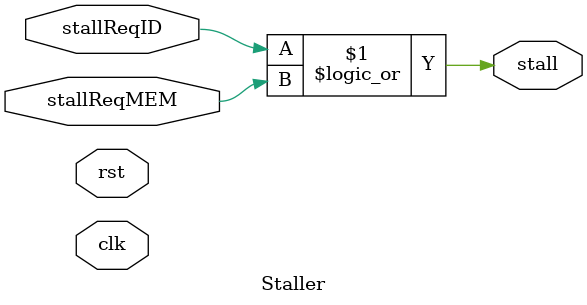
<source format=v>
module Staller(
  input wire clk,
  input wire rst,
  input wire stallReqID,
  input wire stallReqMEM,
  output wire stall
);

  assign stall = stallReqID || stallReqMEM;

endmodule

</source>
